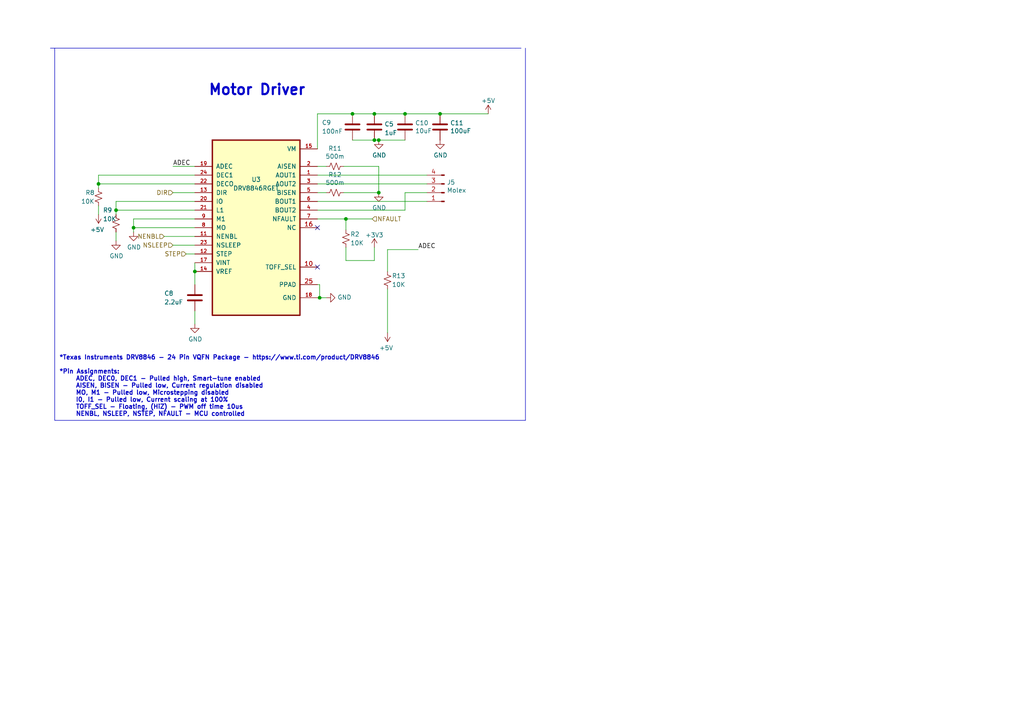
<source format=kicad_sch>
(kicad_sch (version 20250114) (generator "eeschema") (generator_version "9.0")
  (paper "A4")
  (lib_symbols
    (symbol "Bluetooth-Pump-rescue:DRV8846RGET-Power_Management2" (pin_names (offset 1.016))
      (property "Reference" "U3" (at 0 13.97 0))
      (property "Value" "DRV8846RGET" (at 0 11.43 0))
      (symbol "DRV8846RGET-Power_Management2_0_0"
        (rectangle (start -12.7 -25.4) (end 12.7 25.4) (stroke (width 0.4064)) (fill (type background)))
        (pin input line (at -17.78 17.78 0) (length 5.08) (name "ADEC") (number "19"))
        (pin input line (at -17.78 15.24 0) (length 5.08) (name "DEC1") (number "24"))
        (pin input line (at -17.78 12.7 0) (length 5.08) (name "DECO") (number "22"))
        (pin input line (at -17.78 10.16 0) (length 5.08) (name "DIR") (number "13"))
        (pin input line (at -17.78 7.62 0) (length 5.08) (name "IO") (number "20"))
        (pin input line (at -17.78 5.08 0) (length 5.08) (name "L1") (number "21"))
        (pin input line (at -17.78 2.54 0) (length 5.08) (name "M1") (number "9"))
        (pin input line (at -17.78 0 0) (length 5.08) (name "MO") (number "8"))
        (pin input line (at -17.78 -2.54 0) (length 5.08) (name "NENBL") (number "11"))
        (pin input line (at -17.78 -5.08 0) (length 5.08) (name "NSLEEP") (number "23"))
        (pin input line (at -17.78 -7.62 0) (length 5.08) (name "STEP") (number "12"))
        (pin input line (at -17.78 -10.16 0) (length 5.08) (name "VINT") (number "17"))
        (pin input line (at -17.78 -12.7 0) (length 5.08) (name "VREF") (number "14"))
        (pin power_in line (at 17.78 22.86 180) (length 5.08) (name "VM") (number "15"))
        (pin output line (at 17.78 17.78 180) (length 5.08) (name "AISEN") (number "2"))
        (pin output line (at 17.78 15.24 180) (length 5.08) (name "AOUT1") (number "1"))
        (pin output line (at 17.78 12.7 180) (length 5.08) (name "AOUT2") (number "3"))
        (pin output line (at 17.78 10.16 180) (length 5.08) (name "BISEN") (number "5"))
        (pin output line (at 17.78 7.62 180) (length 5.08) (name "BOUT1") (number "6"))
        (pin output line (at 17.78 5.08 180) (length 5.08) (name "BOUT2") (number "4"))
        (pin output line (at 17.78 2.54 180) (length 5.08) (name "NFAULT") (number "7"))
        (pin input line (at 17.78 0 180) (length 5.08) (name "NC") (number "16"))
        (pin input line (at 17.78 -11.43 180) (length 5.08) (name "TOFF_SEL") (number "10"))
        (pin input line (at 17.78 -16.51 180) (length 5.08) (name "PPAD") (number "25"))
        (pin power_in line (at 17.78 -20.32 180) (length 5.08) (name "GND") (number "18"))
      )
    )
    (symbol "Connector:Conn_01x04_Male" (pin_names (offset 1.016) (hide yes))
      (property "Reference" "J" (at 0 5.08 0))
      (property "Value" "Conn_01x04_Male" (at 0 -7.62 0))
      (symbol "Conn_01x04_Male_1_1"
        (rectangle (start 0.8636 2.667) (end 0 2.413) (stroke (width 0.1524)) (fill (type outline)))
        (rectangle (start 0.8636 0.127) (end 0 -0.127) (stroke (width 0.1524)) (fill (type outline)))
        (rectangle (start 0.8636 -2.413) (end 0 -2.667) (stroke (width 0.1524)) (fill (type outline)))
        (rectangle (start 0.8636 -4.953) (end 0 -5.207) (stroke (width 0.1524)) (fill (type outline)))
        (polyline (pts (xy 1.27 2.54) (xy 0.8636 2.54)) (stroke (width 0.1524)))
        (polyline (pts (xy 1.27 0) (xy 0.8636 0)) (stroke (width 0.1524)))
        (polyline (pts (xy 1.27 -2.54) (xy 0.8636 -2.54)) (stroke (width 0.1524)))
        (polyline (pts (xy 1.27 -5.08) (xy 0.8636 -5.08)) (stroke (width 0.1524)))
        (pin passive line (at 5.08 2.54 180) (length 3.81) (name "Pin_1") (number "1"))
        (pin passive line (at 5.08 0 180) (length 3.81) (name "Pin_2") (number "2"))
        (pin passive line (at 5.08 -2.54 180) (length 3.81) (name "Pin_3") (number "3"))
        (pin passive line (at 5.08 -5.08 180) (length 3.81) (name "Pin_4") (number "4"))
      )
    )
    (symbol "Device:C" (pin_numbers (hide yes)) (pin_names (offset 0.254))
      (property "Reference" "C" (at 0.635 2.54 0))
      (property "Value" "C" (at 0.635 -2.54 0))
      (symbol "C_0_1"
        (polyline (pts (xy -2.032 0.762) (xy 2.032 0.762)) (stroke (width 0.508)))
        (polyline (pts (xy -2.032 -0.762) (xy 2.032 -0.762)) (stroke (width 0.508)))
      )
      (symbol "C_1_1"
        (pin passive line (at 0 3.81 270) (length 2.794) (name "~") (number "1"))
        (pin passive line (at 0 -3.81 90) (length 2.794) (name "~") (number "2"))
      )
    )
    (symbol "Device:R_Small_US" (pin_numbers (hide yes)) (pin_names (offset 0.254) (hide yes))
      (property "Reference" "R" (at 0.762 0.508 0))
      (property "Value" "R_Small_US" (at 0.762 -1.016 0))
      (symbol "R_Small_US_1_1"
        (polyline (pts (xy 0 1.524) (xy 1.016 1.143) (xy 0 0.762) (xy -1.016 0.381) (xy 0 0)))
        (polyline (pts (xy 0 0) (xy 1.016 -0.381) (xy 0 -0.762) (xy -1.016 -1.143) (xy 0 -1.524)))
        (pin passive line (at 0 2.54 270) (length 1.016) (name "~") (number "1"))
        (pin passive line (at 0 -2.54 90) (length 1.016) (name "~") (number "2"))
      )
    )
    (symbol "power:+3V3" (power) (pin_names (offset 0))
      (property "Value" "+3V3" (at 0 3.556 0))
      (symbol "+3V3_0_1"
        (polyline (pts (xy -0.762 1.27) (xy 0 2.54)))
        (polyline (pts (xy 0 2.54) (xy 0.762 1.27)))
        (polyline (pts (xy 0 0) (xy 0 2.54)))
      )
      (symbol "+3V3_1_1"
        (pin power_in line (at 0 0 90) (length 0) (hide yes) (name "+3V3") (number "1"))
      )
    )
    (symbol "power:+5V" (power) (pin_names (offset 0))
      (property "Value" "+5V" (at 0 3.556 0))
      (symbol "+5V_0_1"
        (polyline (pts (xy -0.762 1.27) (xy 0 2.54)))
        (polyline (pts (xy 0 2.54) (xy 0.762 1.27)))
        (polyline (pts (xy 0 0) (xy 0 2.54)))
      )
      (symbol "+5V_1_1"
        (pin power_in line (at 0 0 90) (length 0) (hide yes) (name "+5V") (number "1"))
      )
    )
    (symbol "power:GND" (power) (pin_names (offset 0))
      (property "Value" "GND" (at 0 -3.81 0))
      (symbol "GND_0_1"
        (polyline (pts (xy 0 0) (xy 0 -1.27) (xy 1.27 -1.27) (xy 0 -2.54) (xy -1.27 -1.27) (xy 0 -1.27)))
      )
      (symbol "GND_1_1"
        (pin power_in line (at 0 0 270) (length 0) (hide yes) (name "GND") (number "1"))
      )
    )
  )
  (text "Motor Driver" (at 60.325 27.94 0) (effects (font (size 2.9972 2.9972) (thickness 0.5994) (bold yes)) (justify left bottom)))
  (text "*Texas Instruments DRV8846 - 24 Pin VQFN Package - https://www.ti.com/product/DRV8846\n\n*Pin Assignments:\n	ADEC, DEC0, DEC1 - Pulled high, Smart-tune enabled\n	AISEN, BISEN - Pulled low, Current regulation disabled\n	MO, M1 - Pulled low, Microstepping disabled\n	I0, I1 - Pulled low, Current scaling at 100%\n	TOFF_SEL - Floating, (HiZ) - PWM off time 10us\n	NENBL, NSLEEP, NSTEP, NFAULT - MCU controlled\n\n" (at 17.145 113.03 0) (effects (font (size 1.27 1.27) (thickness 0.254) (bold yes)) (justify left)))
  (junction (at 109.855 40.64))
  (junction (at 108.585 40.64))
  (junction (at 56.515 78.74))
  (junction (at 28.575 53.34))
  (junction (at 92.71 86.36))
  (junction (at 33.655 60.96))
  (junction (at 127.635 33.02))
  (junction (at 109.855 55.88))
  (junction (at 108.585 33.02))
  (junction (at 117.475 33.02))
  (junction (at 102.235 33.02))
  (junction (at 38.735 66.04))
  (junction (at 100.33 63.5))
  (no_connect (at 92.075 77.47))
  (no_connect (at 92.075 66.04))
  (wire (pts (xy 117.475 55.88) (xy 123.825 55.88)))
  (wire (pts (xy 47.625 68.58) (xy 56.515 68.58)))
  (wire (pts (xy 109.855 40.64) (xy 117.475 40.64)))
  (wire (pts (xy 56.515 78.74) (xy 56.515 76.2)))
  (wire (pts (xy 100.33 75.565) (xy 108.585 75.565)))
  (wire (pts (xy 92.075 58.42) (xy 123.825 58.42)))
  (polyline (pts (xy 14.605 13.97) (xy 151.13 13.97)))
  (wire (pts (xy 92.075 50.8) (xy 123.825 50.8)))
  (wire (pts (xy 38.735 67.31) (xy 38.735 66.04)))
  (wire (pts (xy 117.475 33.02) (xy 127.635 33.02)))
  (wire (pts (xy 92.075 86.36) (xy 92.71 86.36)))
  (wire (pts (xy 50.165 48.26) (xy 56.515 48.26)))
  (wire (pts (xy 33.655 62.23) (xy 33.655 60.96)))
  (wire (pts (xy 38.735 63.5) (xy 56.515 63.5)))
  (polyline (pts (xy 15.875 121.92) (xy 15.875 13.97)))
  (wire (pts (xy 99.695 48.26) (xy 109.855 48.26)))
  (wire (pts (xy 56.515 90.17) (xy 56.515 93.98)))
  (wire (pts (xy 121.285 72.39) (xy 112.395 72.39)))
  (wire (pts (xy 56.515 78.74) (xy 56.515 82.55)))
  (wire (pts (xy 102.235 40.64) (xy 108.585 40.64)))
  (wire (pts (xy 33.655 60.96) (xy 33.655 58.42)))
  (wire (pts (xy 92.075 60.96) (xy 117.475 60.96)))
  (wire (pts (xy 38.735 66.04) (xy 38.735 63.5)))
  (wire (pts (xy 127.635 33.02) (xy 141.605 33.02)))
  (wire (pts (xy 50.165 71.12) (xy 56.515 71.12)))
  (wire (pts (xy 92.71 86.36) (xy 94.615 86.36)))
  (wire (pts (xy 92.075 33.02) (xy 92.075 43.18)))
  (wire (pts (xy 92.075 33.02) (xy 102.235 33.02)))
  (polyline (pts (xy 152.4 121.92) (xy 15.875 121.92)))
  (wire (pts (xy 92.075 82.55) (xy 92.71 82.55)))
  (wire (pts (xy 109.855 55.88) (xy 99.695 55.88)))
  (wire (pts (xy 112.395 72.39) (xy 112.395 78.74)))
  (wire (pts (xy 28.575 50.8) (xy 56.515 50.8)))
  (wire (pts (xy 92.075 48.26) (xy 94.615 48.26)))
  (wire (pts (xy 50.165 55.88) (xy 56.515 55.88)))
  (wire (pts (xy 33.655 58.42) (xy 56.515 58.42)))
  (wire (pts (xy 92.71 82.55) (xy 92.71 86.36)))
  (wire (pts (xy 33.655 67.31) (xy 33.655 69.85)))
  (wire (pts (xy 53.975 73.66) (xy 56.515 73.66)))
  (wire (pts (xy 92.075 63.5) (xy 100.33 63.5)))
  (wire (pts (xy 100.33 63.5) (xy 100.33 66.675)))
  (wire (pts (xy 28.575 59.69) (xy 28.575 62.23)))
  (wire (pts (xy 108.585 33.02) (xy 117.475 33.02)))
  (wire (pts (xy 112.395 83.82) (xy 112.395 96.52)))
  (wire (pts (xy 109.855 48.26) (xy 109.855 55.88)))
  (wire (pts (xy 28.575 53.34) (xy 28.575 54.61)))
  (wire (pts (xy 117.475 55.88) (xy 117.475 60.96)))
  (wire (pts (xy 100.33 71.755) (xy 100.33 75.565)))
  (wire (pts (xy 108.585 40.64) (xy 109.855 40.64)))
  (polyline (pts (xy 152.4 13.97) (xy 152.4 121.92)))
  (wire (pts (xy 100.33 63.5) (xy 107.95 63.5)))
  (wire (pts (xy 92.075 53.34) (xy 123.825 53.34)))
  (wire (pts (xy 28.575 53.34) (xy 56.515 53.34)))
  (wire (pts (xy 102.235 33.02) (xy 108.585 33.02)))
  (wire (pts (xy 33.655 60.96) (xy 56.515 60.96)))
  (wire (pts (xy 28.575 50.8) (xy 28.575 53.34)))
  (wire (pts (xy 92.075 55.88) (xy 94.615 55.88)))
  (wire (pts (xy 38.735 66.04) (xy 56.515 66.04)))
  (wire (pts (xy 108.585 71.755) (xy 108.585 75.565)))
  (label "ADEC" (at 50.165 48.26 0) (effects (font (size 1.2954 1.2954))))
  (label "ADEC" (at 121.285 72.39 0) (effects (font (size 1.2954 1.2954))))
  (hierarchical_label "NSLEEP" (shape input) (at 50.165 71.12 180))
  (hierarchical_label "NENBL" (shape input) (at 47.625 68.58 180))
  (hierarchical_label "NFAULT" (shape input) (at 107.95 63.5 0))
  (hierarchical_label "DIR" (shape input) (at 50.165 55.88 180))
  (hierarchical_label "STEP" (shape input) (at 53.975 73.66 180))
  (symbol (lib_id "power:GND") (at 38.735 67.31 0) (unit 1)
    (property "Reference" "#PWR018" (effects (hide yes)))
    (property "Value" "GND" (at 38.862 71.7042 0))
  )
  (symbol (lib_id "power:GND") (at 127.635 40.64 0) (unit 1)
    (property "Reference" "#PWR025" (effects (hide yes)))
    (property "Value" "GND" (at 127.762 45.0342 0))
  )
  (symbol (lib_id "power:+5V") (at 112.395 96.52 180) (unit 1)
    (property "Reference" "#PWR023" (effects (hide yes)))
    (property "Value" "+5V" (at 112.014 100.9142 0))
  )
  (symbol (lib_id "Device:C") (at 108.585 36.83 0) (unit 1)
    (property "Reference" "C5" (at 111.506 35.9953 0) (effects (justify left)))
    (property "Value" "1uF" (at 111.506 38.5322 0) (effects (justify left)))
    (property "Footprint" "Capacitor_SMD:C_0402_1005Metric" (effects (hide yes)))
    (property "LCSC" "C2887021" (effects (hide yes)))
  )
  (symbol (lib_id "Device:R_Small_US") (at 33.655 64.77 0) (unit 1)
    (property "Reference" "R9" (at 29.845 60.96 0) (effects (justify left)))
    (property "Value" "10K" (at 29.845 63.5 0) (effects (justify left)))
    (property "Footprint" "Resistor_SMD:R_0402_1005Metric" (effects (hide yes)))
    (property "LCSC" "C25744" (effects (hide yes)))
  )
  (symbol (lib_id "Device:C") (at 56.515 86.36 0) (unit 1)
    (property "Reference" "C8" (at 47.625 85.09 0) (effects (justify left)))
    (property "Value" "2.2uF" (at 47.625 87.63 0) (effects (justify left)))
    (property "Footprint" "Capacitor_SMD:C_0402_1005Metric" (effects (hide yes)))
    (property "LCSC" "C710862" (effects (hide yes)))
  )
  (symbol (lib_id "Device:R_Small_US") (at 97.155 55.88 270) (unit 1)
    (property "Reference" "R12" (at 97.155 50.673 90))
    (property "Value" "500m" (at 97.155 52.9844 90))
    (property "Footprint" "Resistor_SMD:R_0402_1005Metric" (effects (hide yes)))
    (property "LCSC" "C5204041" (effects (hide yes)))
  )
  (symbol (lib_id "Bluetooth-Pump-rescue:DRV8846RGET-Power_Management2") (at 74.295 66.04 0) (unit 1)
    (property "Reference" "U3" (at 74.295 52.07 0))
    (property "Value" "DRV8846RGET" (at 74.295 54.61 0))
    (property "Footprint" "DRV8846RGET:QFN50P400X400X100-25N" (effects (hide yes)))
    (property "LCSC" "C473340" (effects (hide yes)))
  )
  (symbol (lib_id "power:GND") (at 109.855 55.88 0) (unit 1)
    (property "Reference" "#PWR021" (effects (hide yes)))
    (property "Value" "GND" (at 109.982 60.2742 0))
  )
  (symbol (lib_id "Device:R_Small_US") (at 112.395 81.28 0) (unit 1)
    (property "Reference" "R13" (at 113.665 80.01 0) (effects (justify left)))
    (property "Value" "10K" (at 113.665 82.55 0) (effects (justify left)))
    (property "Footprint" "Resistor_SMD:R_0402_1005Metric" (effects (hide yes)))
    (property "LCSC" "C25744" (effects (hide yes)))
  )
  (symbol (lib_id "power:+5V") (at 141.605 33.02 0) (unit 1)
    (property "Reference" "#PWR026" (effects (hide yes)))
    (property "Value" "+5V" (at 141.605 29.21 0))
  )
  (symbol (lib_id "Device:C") (at 102.235 36.83 0) (unit 1)
    (property "Reference" "C9" (at 93.345 35.56 0) (effects (justify left)))
    (property "Value" "100nF" (at 93.345 38.1 0) (effects (justify left)))
    (property "Footprint" "Capacitor_SMD:C_0402_1005Metric" (effects (hide yes)))
    (property "LCSC" "C913614" (effects (hide yes)))
  )
  (symbol (lib_id "Device:R_Small_US") (at 28.575 57.15 0) (unit 1)
    (property "Reference" "R8" (at 24.765 55.88 0) (effects (justify left)))
    (property "Value" "10K" (at 23.495 58.42 0) (effects (justify left)))
    (property "Footprint" "Resistor_SMD:R_0402_1005Metric" (effects (hide yes)))
    (property "LCSC" "C25744" (effects (hide yes)))
  )
  (symbol (lib_id "power:GND") (at 33.655 69.85 0) (unit 1)
    (property "Reference" "#PWR017" (effects (hide yes)))
    (property "Value" "GND" (at 33.782 74.2442 0))
  )
  (symbol (lib_id "power:GND") (at 56.515 93.98 0) (unit 1)
    (property "Reference" "#PWR019" (effects (hide yes)))
    (property "Value" "GND" (at 56.642 98.3742 0))
  )
  (symbol (lib_id "Connector:Conn_01x04_Male") (at 128.905 55.88 180) (unit 1)
    (property "Reference" "J5" (at 129.6162 52.8828 0) (effects (justify right)))
    (property "Value" "Molex" (at 129.6162 55.1942 0) (effects (justify right)))
    (property "Footprint" "Connector_Hirose:Hirose_DF13-04P-1.25DSA_1x04_P1.25mm_Vertical" (effects (hide yes)))
  )
  (symbol (lib_id "Device:C") (at 117.475 36.83 0) (unit 1)
    (property "Reference" "C10" (at 120.396 35.6616 0) (effects (justify left)))
    (property "Value" "10uF" (at 120.396 37.973 0) (effects (justify left)))
    (property "Footprint" "Capacitor_SMD:C_0402_1005Metric" (effects (hide yes)))
    (property "LCSC" "C1864622" (effects (hide yes)))
  )
  (symbol (lib_id "Device:R_Small_US") (at 97.155 48.26 270) (unit 1)
    (property "Reference" "R11" (at 97.155 43.053 90))
    (property "Value" "500m" (at 97.155 45.3644 90))
    (property "Footprint" "Resistor_SMD:R_0402_1005Metric" (effects (hide yes)))
    (property "LCSC" "C5204041" (effects (hide yes)))
  )
  (symbol (lib_id "power:GND") (at 109.855 40.64 0) (unit 1)
    (property "Reference" "#PWR022" (effects (hide yes)))
    (property "Value" "GND" (at 109.982 45.0342 0))
  )
  (symbol (lib_id "power:GND") (at 94.615 86.36 90) (unit 1)
    (property "Reference" "#PWR020" (effects (hide yes)))
    (property "Value" "GND" (at 97.8662 86.233 90) (effects (justify right)))
  )
  (symbol (lib_id "power:+5V") (at 28.575 62.23 180) (unit 1)
    (property "Reference" "#PWR016" (effects (hide yes)))
    (property "Value" "+5V" (at 28.194 66.6242 0))
  )
  (symbol (lib_id "power:+3V3") (at 108.585 71.755 0) (unit 1)
    (property "Reference" "#PWR051" (effects (hide yes)))
    (property "Value" "+3V3" (at 108.585 68.1792 0))
  )
  (symbol (lib_id "Device:C") (at 127.635 36.83 0) (unit 1)
    (property "Reference" "C11" (at 130.556 35.6616 0) (effects (justify left)))
    (property "Value" "100uF" (at 130.556 37.973 0) (effects (justify left)))
    (property "Footprint" "Capacitor_SMD:C_1210_3225Metric" (effects (hide yes)))
    (property "LCSC" "C2762605" (effects (hide yes)))
  )
  (symbol (lib_id "Device:R_Small_US") (at 100.33 69.215 0) (unit 1)
    (property "Reference" "R2" (at 101.6 67.945 0) (effects (justify left)))
    (property "Value" "10K" (at 101.6 70.485 0) (effects (justify left)))
    (property "Footprint" "Resistor_SMD:R_0402_1005Metric" (effects (hide yes)))
    (property "LCSC" "C25744" (effects (hide yes)))
  )
)
</source>
